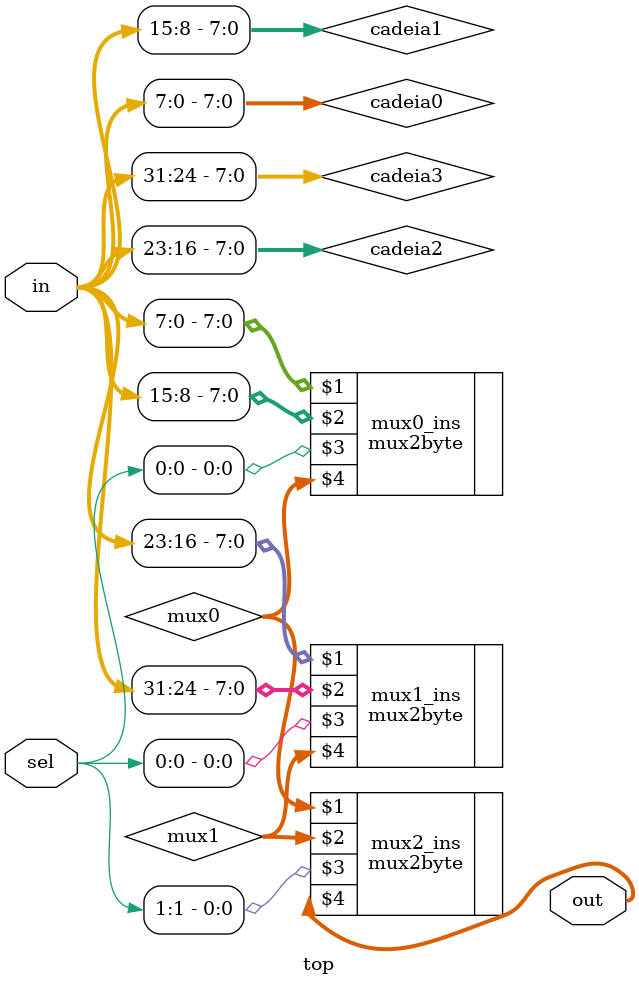
<source format=v>
module top (
    input [31:0] in, 
    input [1:0] sel, 
    output [7:0] out);

    //declare os fios intermediarios 
    wire [7:0] cadeia0 = in [7:0];
    wire [7:0] cadeia1 = in [15:8];
    wire [7:0] cadeia2 = in [23:16];
    wire [7:0] cadeia3 = in [31:24];
    wire [7:0] mux0;
    wire [7:0] mux1;

    // instancie os muxes que precisar 
    mux2byte mux0_ins (cadeia0, cadeia1, sel[0], mux0);
    mux2byte mux1_ins (cadeia2, cadeia3, sel[0], mux1);

    mux2byte mux2_ins (mux0, mux1, sel[1], out);

endmodule
</source>
